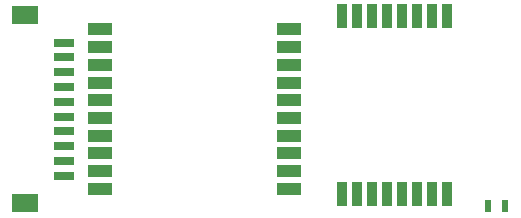
<source format=gtp>
G04 ================== begin FILE IDENTIFICATION RECORD ==================*
G04 Layout Name:  transponderRC2_4-11.brd*
G04 Film Name:    Solderpaste_top*
G04 File Format:  Gerber RS274X*
G04 File Origin:  Cadence Allegro 17.2-S042*
G04 Origin Date:  Thu Jan 24 18:04:02 2019*
G04 *
G04 Layer:  PACKAGE GEOMETRY/PASTEMASK_TOP*
G04 Layer:  PIN/PASTEMASK_TOP*
G04 Layer:  VIA CLASS/PASTEMASK_TOP*
G04 *
G04 Offset:    (0.0000 0.0000)*
G04 Mirror:    No*
G04 Mode:      Positive*
G04 Rotation:  0*
G04 FullContactRelief:  No*
G04 UndefLineWidth:     0.1500*
G04 ================== end FILE IDENTIFICATION RECORD ====================*
%FSAX55Y55*MOMM*%
%IR0*IPPOS*OFA0.00000B0.00000*MIA0B0*SFA1.00000B1.00000*%
%ADD14R,.6X1.*%
%ADD13R,.9X2.*%
%ADD11R,1.8X.7*%
%ADD12R,2.X1.*%
%ADD10R,2.2X1.6*%
%LPD*%
G75*
G54D10*
X-0004125000Y0000102500D03*
X-0004125000Y0001697500D03*
G54D11*
X-0003795000Y0000337500D03*
X-0003795000Y0000462500D03*
X-0003795000Y0000837500D03*
X-0003795000Y0000712500D03*
X-0003795000Y0000587500D03*
X-0003795000Y0001212500D03*
X-0003795000Y0001087500D03*
X-0003795000Y0000962500D03*
X-0003795000Y0001462500D03*
X-0003795000Y0001337500D03*
G54D12*
X-0003490000Y0000225000D03*
X-0003490000Y0000375000D03*
X-0003490000Y0000525000D03*
X-0003490000Y0000675000D03*
X-0003490000Y0000825000D03*
X-0003490000Y0000975000D03*
X-0003490000Y0001125000D03*
X-0003490000Y0001275000D03*
X-0003490000Y0001425000D03*
X-0003490000Y0001575000D03*
X-0001890000Y0000525000D03*
X-0001890000Y0000375000D03*
X-0001890000Y0000225000D03*
X-0001890000Y0000825000D03*
X-0001890000Y0000675000D03*
X-0001890000Y0001125000D03*
X-0001890000Y0000975000D03*
X-0001890000Y0001575000D03*
X-0001890000Y0001425000D03*
X-0001890000Y0001275000D03*
G54D13*
X-0001319000Y0000185000D03*
X-0001446000Y0000185000D03*
X-0001446000Y0001685000D03*
X-0001319000Y0001685000D03*
X-0000938000Y0000185000D03*
X-0001065000Y0000185000D03*
X-0001192000Y0000185000D03*
X-0001192000Y0001685000D03*
X-0001065000Y0001685000D03*
X-0000938000Y0001685000D03*
X-0000684000Y0000185000D03*
X-0000811000Y0000185000D03*
X-0000811000Y0001685000D03*
X-0000684000Y0001685000D03*
X-0000557000Y0000185000D03*
X-0000557000Y0001685000D03*
G54D14*
X-0000065000Y0000080000D03*
X-0000205000Y0000080000D03*
M02*

</source>
